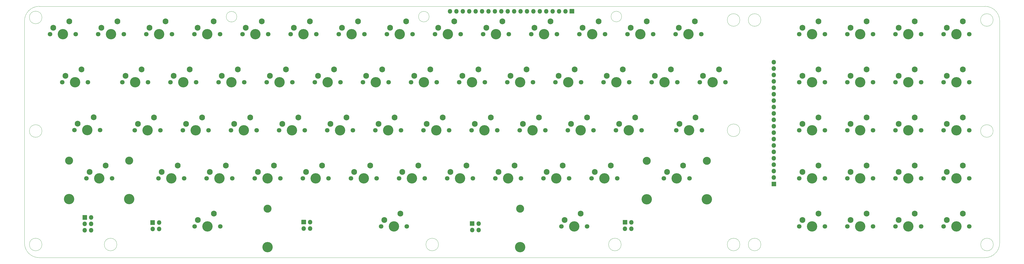
<source format=gbs>
G04 #@! TF.GenerationSoftware,KiCad,Pcbnew,(5.1.7)-1*
G04 #@! TF.CreationDate,2020-12-18T21:48:48-05:00*
G04 #@! TF.ProjectId,petkn,7065746b-6e2e-46b6-9963-61645f706362,rev?*
G04 #@! TF.SameCoordinates,Original*
G04 #@! TF.FileFunction,Soldermask,Bot*
G04 #@! TF.FilePolarity,Negative*
%FSLAX46Y46*%
G04 Gerber Fmt 4.6, Leading zero omitted, Abs format (unit mm)*
G04 Created by KiCad (PCBNEW (5.1.7)-1) date 2020-12-18 21:48:48*
%MOMM*%
%LPD*%
G01*
G04 APERTURE LIST*
G04 #@! TA.AperFunction,Profile*
%ADD10C,0.050000*%
G04 #@! TD*
%ADD11C,3.152000*%
%ADD12C,4.102000*%
%ADD13C,1.802000*%
%ADD14C,2.302000*%
%ADD15O,1.802000X1.802000*%
G04 APERTURE END LIST*
D10*
X101351853Y-52705000D02*
G75*
G03*
X101351853Y-52705000I-2101353J0D01*
G01*
X253688353Y-52641500D02*
G75*
G03*
X253688353Y-52641500I-2101353J0D01*
G01*
X177482853Y-52666500D02*
G75*
G03*
X177482853Y-52666500I-2101353J0D01*
G01*
X300500000Y-143002000D02*
G75*
G03*
X300500000Y-143002000I-2500000J0D01*
G01*
X300500000Y-54000000D02*
G75*
G03*
X300500000Y-54000000I-2500000J0D01*
G01*
X300500000Y-97726500D02*
G75*
G03*
X300500000Y-97726500I-2500000J0D01*
G01*
X17272000Y-54419500D02*
X17272000Y-142367000D01*
X403352000Y-54419500D02*
X403352000Y-142367000D01*
X23114000Y-48577500D02*
X397510000Y-48577500D01*
X24217000Y-98000000D02*
G75*
G03*
X24217000Y-98000000I-2500000J0D01*
G01*
X24217000Y-53000000D02*
G75*
G03*
X24217000Y-53000000I-2500000J0D01*
G01*
X400772000Y-98000000D02*
G75*
G03*
X400772000Y-98000000I-2500000J0D01*
G01*
X23114000Y-148209000D02*
X397510000Y-148209000D01*
X397510000Y-48577500D02*
G75*
G02*
X403352000Y-54419500I0J-5842000D01*
G01*
X53871500Y-143000000D02*
G75*
G03*
X53871500Y-143000000I-2500000J0D01*
G01*
X24217000Y-143000000D02*
G75*
G03*
X24217000Y-143000000I-2500000J0D01*
G01*
X181189000Y-143000000D02*
G75*
G03*
X181189000Y-143000000I-2500000J0D01*
G01*
X253515500Y-143000000D02*
G75*
G03*
X253515500Y-143000000I-2500000J0D01*
G01*
X308824000Y-143000000D02*
G75*
G03*
X308824000Y-143000000I-2500000J0D01*
G01*
X400835500Y-143000000D02*
G75*
G03*
X400835500Y-143000000I-2500000J0D01*
G01*
X17272000Y-54419500D02*
G75*
G02*
X23114000Y-48577500I5842000J0D01*
G01*
X403352000Y-142367000D02*
G75*
G02*
X397510000Y-148209000I-5842000J0D01*
G01*
X308824000Y-54000000D02*
G75*
G03*
X308824000Y-54000000I-2500000J0D01*
G01*
X23114000Y-148209000D02*
G75*
G02*
X17272000Y-142367000I0J5842000D01*
G01*
X400772000Y-54000000D02*
G75*
G03*
X400772000Y-54000000I-2500000J0D01*
G01*
X101351853Y-52705000D02*
G75*
G03*
X101351853Y-52705000I-2101353J0D01*
G01*
X253688353Y-52641500D02*
G75*
G03*
X253688353Y-52641500I-2101353J0D01*
G01*
X177482853Y-52666500D02*
G75*
G03*
X177482853Y-52666500I-2101353J0D01*
G01*
X300500000Y-143002000D02*
G75*
G03*
X300500000Y-143002000I-2500000J0D01*
G01*
X300500000Y-54000000D02*
G75*
G03*
X300500000Y-54000000I-2500000J0D01*
G01*
X300500000Y-97726500D02*
G75*
G03*
X300500000Y-97726500I-2500000J0D01*
G01*
X17272000Y-54419500D02*
X17272000Y-142367000D01*
X403352000Y-54419500D02*
X403352000Y-142367000D01*
X23114000Y-48577500D02*
X397510000Y-48577500D01*
X24217000Y-98000000D02*
G75*
G03*
X24217000Y-98000000I-2500000J0D01*
G01*
X24217000Y-53000000D02*
G75*
G03*
X24217000Y-53000000I-2500000J0D01*
G01*
X400772000Y-98000000D02*
G75*
G03*
X400772000Y-98000000I-2500000J0D01*
G01*
X23114000Y-148209000D02*
X397510000Y-148209000D01*
X397510000Y-48577500D02*
G75*
G02*
X403352000Y-54419500I0J-5842000D01*
G01*
X53871500Y-143000000D02*
G75*
G03*
X53871500Y-143000000I-2500000J0D01*
G01*
X24217000Y-143000000D02*
G75*
G03*
X24217000Y-143000000I-2500000J0D01*
G01*
X181189000Y-143000000D02*
G75*
G03*
X181189000Y-143000000I-2500000J0D01*
G01*
X253515500Y-143000000D02*
G75*
G03*
X253515500Y-143000000I-2500000J0D01*
G01*
X308824000Y-143000000D02*
G75*
G03*
X308824000Y-143000000I-2500000J0D01*
G01*
X400835500Y-143000000D02*
G75*
G03*
X400835500Y-143000000I-2500000J0D01*
G01*
X17272000Y-54419500D02*
G75*
G02*
X23114000Y-48577500I5842000J0D01*
G01*
X403352000Y-142367000D02*
G75*
G02*
X397510000Y-148209000I-5842000J0D01*
G01*
X308824000Y-54000000D02*
G75*
G03*
X308824000Y-54000000I-2500000J0D01*
G01*
X23114000Y-148209000D02*
G75*
G02*
X17272000Y-142367000I0J5842000D01*
G01*
X400772000Y-54000000D02*
G75*
G03*
X400772000Y-54000000I-2500000J0D01*
G01*
D11*
X213538000Y-128826500D03*
X113538000Y-128826500D03*
D12*
X113538000Y-144066500D03*
X213538000Y-144066500D03*
D13*
X168618000Y-135826500D03*
X158458000Y-135826500D03*
D12*
X163538000Y-135826500D03*
D14*
X159728000Y-133286500D03*
X166078000Y-130746500D03*
D15*
X70548500Y-136842500D03*
X68008500Y-136842500D03*
X70548500Y-134302500D03*
G36*
G01*
X67107500Y-135152500D02*
X67107500Y-133452500D01*
G75*
G02*
X67158500Y-133401500I51000J0D01*
G01*
X68858500Y-133401500D01*
G75*
G02*
X68909500Y-133452500I0J-51000D01*
G01*
X68909500Y-135152500D01*
G75*
G02*
X68858500Y-135203500I-51000J0D01*
G01*
X67158500Y-135203500D01*
G75*
G02*
X67107500Y-135152500I0J51000D01*
G01*
G37*
X130365500Y-136652000D03*
X127825500Y-136652000D03*
X130365500Y-134112000D03*
G36*
G01*
X126924500Y-134962000D02*
X126924500Y-133262000D01*
G75*
G02*
X126975500Y-133211000I51000J0D01*
G01*
X128675500Y-133211000D01*
G75*
G02*
X128726500Y-133262000I0J-51000D01*
G01*
X128726500Y-134962000D01*
G75*
G02*
X128675500Y-135013000I-51000J0D01*
G01*
X126975500Y-135013000D01*
G75*
G02*
X126924500Y-134962000I0J51000D01*
G01*
G37*
X197040500Y-137223500D03*
X194500500Y-137223500D03*
X197040500Y-134683500D03*
G36*
G01*
X193599500Y-135533500D02*
X193599500Y-133833500D01*
G75*
G02*
X193650500Y-133782500I51000J0D01*
G01*
X195350500Y-133782500D01*
G75*
G02*
X195401500Y-133833500I0J-51000D01*
G01*
X195401500Y-135533500D01*
G75*
G02*
X195350500Y-135584500I-51000J0D01*
G01*
X193650500Y-135584500D01*
G75*
G02*
X193599500Y-135533500I0J51000D01*
G01*
G37*
X257556000Y-136715500D03*
X255016000Y-136715500D03*
X257556000Y-134175500D03*
G36*
G01*
X254115000Y-135025500D02*
X254115000Y-133325500D01*
G75*
G02*
X254166000Y-133274500I51000J0D01*
G01*
X255866000Y-133274500D01*
G75*
G02*
X255917000Y-133325500I0J-51000D01*
G01*
X255917000Y-135025500D01*
G75*
G02*
X255866000Y-135076500I-51000J0D01*
G01*
X254166000Y-135076500D01*
G75*
G02*
X254115000Y-135025500I0J51000D01*
G01*
G37*
X43688000Y-137350500D03*
X41148000Y-137350500D03*
X43688000Y-134810500D03*
X41148000Y-134810500D03*
X43688000Y-132270500D03*
G36*
G01*
X40247000Y-133120500D02*
X40247000Y-131420500D01*
G75*
G02*
X40298000Y-131369500I51000J0D01*
G01*
X41998000Y-131369500D01*
G75*
G02*
X42049000Y-131420500I0J-51000D01*
G01*
X42049000Y-133120500D01*
G75*
G02*
X41998000Y-133171500I-51000J0D01*
G01*
X40298000Y-133171500D01*
G75*
G02*
X40247000Y-133120500I0J51000D01*
G01*
G37*
D13*
X47244000Y-97663000D03*
X37084000Y-97663000D03*
D12*
X42164000Y-97663000D03*
D14*
X38354000Y-95123000D03*
X44704000Y-92583000D03*
D13*
X94805500Y-135826500D03*
X84645500Y-135826500D03*
D12*
X89725500Y-135826500D03*
D14*
X85915500Y-133286500D03*
X92265500Y-130746500D03*
X35052000Y-54546500D03*
X28702000Y-57086500D03*
D12*
X32512000Y-59626500D03*
D13*
X27432000Y-59626500D03*
X37592000Y-59626500D03*
D11*
X287401000Y-109791500D03*
X263601000Y-109791500D03*
D12*
X263601000Y-125031500D03*
X287401000Y-125031500D03*
D13*
X280581000Y-116791500D03*
X270421000Y-116791500D03*
D12*
X275501000Y-116791500D03*
D14*
X271691000Y-114251500D03*
X278041000Y-111711500D03*
X187452000Y-54546500D03*
X181102000Y-57086500D03*
D12*
X184912000Y-59626500D03*
D13*
X179832000Y-59626500D03*
X189992000Y-59626500D03*
D15*
X313944000Y-70739000D03*
X313944000Y-73279000D03*
X313944000Y-75819000D03*
X313944000Y-78359000D03*
X313944000Y-80899000D03*
X313944000Y-83439000D03*
X313944000Y-85979000D03*
X313944000Y-88519000D03*
X313944000Y-91059000D03*
X313944000Y-93599000D03*
X313944000Y-96139000D03*
X313944000Y-98679000D03*
X313944000Y-101219000D03*
X313944000Y-103759000D03*
X313944000Y-106299000D03*
X313944000Y-108839000D03*
X313944000Y-111379000D03*
X313944000Y-113919000D03*
X313944000Y-116459000D03*
G36*
G01*
X314845000Y-118149000D02*
X314845000Y-119849000D01*
G75*
G02*
X314794000Y-119900000I-51000J0D01*
G01*
X313094000Y-119900000D01*
G75*
G02*
X313043000Y-119849000I0J51000D01*
G01*
X313043000Y-118149000D01*
G75*
G02*
X313094000Y-118098000I51000J0D01*
G01*
X314794000Y-118098000D01*
G75*
G02*
X314845000Y-118149000I0J-51000D01*
G01*
G37*
D13*
X209042000Y-59626500D03*
X198882000Y-59626500D03*
D12*
X203962000Y-59626500D03*
D14*
X200152000Y-57086500D03*
X206502000Y-54546500D03*
X196977000Y-73596500D03*
X190627000Y-76136500D03*
D12*
X194437000Y-78676500D03*
D13*
X189357000Y-78676500D03*
X199517000Y-78676500D03*
X75692000Y-59626500D03*
X65532000Y-59626500D03*
D12*
X70612000Y-59626500D03*
D14*
X66802000Y-57086500D03*
X73152000Y-54546500D03*
D13*
X228092000Y-59626500D03*
X217932000Y-59626500D03*
D12*
X223012000Y-59626500D03*
D14*
X219202000Y-57086500D03*
X225552000Y-54546500D03*
D13*
X353187000Y-135826500D03*
X343027000Y-135826500D03*
D12*
X348107000Y-135826500D03*
D14*
X344297000Y-133286500D03*
X350647000Y-130746500D03*
X111252000Y-54546500D03*
X104902000Y-57086500D03*
D12*
X108712000Y-59626500D03*
D13*
X103632000Y-59626500D03*
X113792000Y-59626500D03*
X151892000Y-59626500D03*
X141732000Y-59626500D03*
D12*
X146812000Y-59626500D03*
D14*
X143002000Y-57086500D03*
X149352000Y-54546500D03*
D13*
X240030000Y-135826500D03*
X229870000Y-135826500D03*
D12*
X234950000Y-135826500D03*
D14*
X231140000Y-133286500D03*
X237490000Y-130746500D03*
D13*
X285496000Y-97726500D03*
X275336000Y-97726500D03*
D12*
X280416000Y-97726500D03*
D14*
X276606000Y-95186500D03*
X282956000Y-92646500D03*
D11*
X58763000Y-109776500D03*
X34963000Y-109776500D03*
D12*
X34963000Y-125016500D03*
X58763000Y-125016500D03*
D13*
X51943000Y-116776500D03*
X41783000Y-116776500D03*
D12*
X46863000Y-116776500D03*
D14*
X43053000Y-114236500D03*
X49403000Y-111696500D03*
D13*
X42354500Y-78676500D03*
X32194500Y-78676500D03*
D12*
X37274500Y-78676500D03*
D14*
X33464500Y-76136500D03*
X39814500Y-73596500D03*
D15*
X185737500Y-50546000D03*
X188277500Y-50546000D03*
X190817500Y-50546000D03*
X193357500Y-50546000D03*
X195897500Y-50546000D03*
X198437500Y-50546000D03*
X200977500Y-50546000D03*
X203517500Y-50546000D03*
X206057500Y-50546000D03*
X208597500Y-50546000D03*
X211137500Y-50546000D03*
X213677500Y-50546000D03*
X216217500Y-50546000D03*
X218757500Y-50546000D03*
X221297500Y-50546000D03*
X223837500Y-50546000D03*
X226377500Y-50546000D03*
X228917500Y-50546000D03*
X231457500Y-50546000D03*
G36*
G01*
X233147500Y-49645000D02*
X234847500Y-49645000D01*
G75*
G02*
X234898500Y-49696000I0J-51000D01*
G01*
X234898500Y-51396000D01*
G75*
G02*
X234847500Y-51447000I-51000J0D01*
G01*
X233147500Y-51447000D01*
G75*
G02*
X233096500Y-51396000I0J51000D01*
G01*
X233096500Y-49696000D01*
G75*
G02*
X233147500Y-49645000I51000J0D01*
G01*
G37*
D14*
X388747000Y-130746500D03*
X382397000Y-133286500D03*
D12*
X386207000Y-135826500D03*
D13*
X381127000Y-135826500D03*
X391287000Y-135826500D03*
X261620000Y-97726500D03*
X251460000Y-97726500D03*
D12*
X256540000Y-97726500D03*
D14*
X252730000Y-95186500D03*
X259080000Y-92646500D03*
X273177000Y-73596500D03*
X266827000Y-76136500D03*
D12*
X270637000Y-78676500D03*
D13*
X265557000Y-78676500D03*
X275717000Y-78676500D03*
D14*
X263652000Y-54546500D03*
X257302000Y-57086500D03*
D12*
X261112000Y-59626500D03*
D13*
X256032000Y-59626500D03*
X266192000Y-59626500D03*
D14*
X369697000Y-130746500D03*
X363347000Y-133286500D03*
D12*
X367157000Y-135826500D03*
D13*
X362077000Y-135826500D03*
X372237000Y-135826500D03*
X334137000Y-135826500D03*
X323977000Y-135826500D03*
D12*
X329057000Y-135826500D03*
D14*
X325247000Y-133286500D03*
X331597000Y-130746500D03*
D13*
X294767000Y-78676500D03*
X284607000Y-78676500D03*
D12*
X289687000Y-78676500D03*
D14*
X285877000Y-76136500D03*
X292227000Y-73596500D03*
D13*
X285242000Y-59626500D03*
X275082000Y-59626500D03*
D12*
X280162000Y-59626500D03*
D14*
X276352000Y-57086500D03*
X282702000Y-54546500D03*
X388747000Y-111696500D03*
X382397000Y-114236500D03*
D12*
X386207000Y-116776500D03*
D13*
X381127000Y-116776500D03*
X391287000Y-116776500D03*
X353187000Y-116776500D03*
X343027000Y-116776500D03*
D12*
X348107000Y-116776500D03*
D14*
X344297000Y-114236500D03*
X350647000Y-111696500D03*
D13*
X251968000Y-116776500D03*
X241808000Y-116776500D03*
D12*
X246888000Y-116776500D03*
D14*
X243078000Y-114236500D03*
X249428000Y-111696500D03*
X211328000Y-111696500D03*
X204978000Y-114236500D03*
D12*
X208788000Y-116776500D03*
D13*
X203708000Y-116776500D03*
X213868000Y-116776500D03*
X175768000Y-116776500D03*
X165608000Y-116776500D03*
D12*
X170688000Y-116776500D03*
D14*
X166878000Y-114236500D03*
X173228000Y-111696500D03*
X135128000Y-111696500D03*
X128778000Y-114236500D03*
D12*
X132588000Y-116776500D03*
D13*
X127508000Y-116776500D03*
X137668000Y-116776500D03*
X99568000Y-116776500D03*
X89408000Y-116776500D03*
D12*
X94488000Y-116776500D03*
D14*
X90678000Y-114236500D03*
X97028000Y-111696500D03*
X369697000Y-111696500D03*
X363347000Y-114236500D03*
D12*
X367157000Y-116776500D03*
D13*
X362077000Y-116776500D03*
X372237000Y-116776500D03*
X334137000Y-116776500D03*
X323977000Y-116776500D03*
D12*
X329057000Y-116776500D03*
D14*
X325247000Y-114236500D03*
X331597000Y-111696500D03*
D13*
X232918000Y-116776500D03*
X222758000Y-116776500D03*
D12*
X227838000Y-116776500D03*
D14*
X224028000Y-114236500D03*
X230378000Y-111696500D03*
X192278000Y-111696500D03*
X185928000Y-114236500D03*
D12*
X189738000Y-116776500D03*
D13*
X184658000Y-116776500D03*
X194818000Y-116776500D03*
X156718000Y-116776500D03*
X146558000Y-116776500D03*
D12*
X151638000Y-116776500D03*
D14*
X147828000Y-114236500D03*
X154178000Y-111696500D03*
X116078000Y-111696500D03*
X109728000Y-114236500D03*
D12*
X113538000Y-116776500D03*
D13*
X108458000Y-116776500D03*
X118618000Y-116776500D03*
X80518000Y-116776500D03*
X70358000Y-116776500D03*
D12*
X75438000Y-116776500D03*
D14*
X71628000Y-114236500D03*
X77978000Y-111696500D03*
X388747000Y-92646500D03*
X382397000Y-95186500D03*
D12*
X386207000Y-97726500D03*
D13*
X381127000Y-97726500D03*
X391287000Y-97726500D03*
X353187000Y-97726500D03*
X343027000Y-97726500D03*
D12*
X348107000Y-97726500D03*
D14*
X344297000Y-95186500D03*
X350647000Y-92646500D03*
D13*
X242570000Y-97726500D03*
X232410000Y-97726500D03*
D12*
X237490000Y-97726500D03*
D14*
X233680000Y-95186500D03*
X240030000Y-92646500D03*
X201930000Y-92646500D03*
X195580000Y-95186500D03*
D12*
X199390000Y-97726500D03*
D13*
X194310000Y-97726500D03*
X204470000Y-97726500D03*
X166370000Y-97726500D03*
X156210000Y-97726500D03*
D12*
X161290000Y-97726500D03*
D14*
X157480000Y-95186500D03*
X163830000Y-92646500D03*
X125730000Y-92646500D03*
X119380000Y-95186500D03*
D12*
X123190000Y-97726500D03*
D13*
X118110000Y-97726500D03*
X128270000Y-97726500D03*
X90170000Y-97726500D03*
X80010000Y-97726500D03*
D12*
X85090000Y-97726500D03*
D14*
X81280000Y-95186500D03*
X87630000Y-92646500D03*
X369697000Y-92646500D03*
X363347000Y-95186500D03*
D12*
X367157000Y-97726500D03*
D13*
X362077000Y-97726500D03*
X372237000Y-97726500D03*
X334137000Y-97726500D03*
X323977000Y-97726500D03*
D12*
X329057000Y-97726500D03*
D14*
X325247000Y-95186500D03*
X331597000Y-92646500D03*
D13*
X223520000Y-97726500D03*
X213360000Y-97726500D03*
D12*
X218440000Y-97726500D03*
D14*
X214630000Y-95186500D03*
X220980000Y-92646500D03*
X182880000Y-92646500D03*
X176530000Y-95186500D03*
D12*
X180340000Y-97726500D03*
D13*
X175260000Y-97726500D03*
X185420000Y-97726500D03*
X147320000Y-97726500D03*
X137160000Y-97726500D03*
D12*
X142240000Y-97726500D03*
D14*
X138430000Y-95186500D03*
X144780000Y-92646500D03*
X106680000Y-92646500D03*
X100330000Y-95186500D03*
D12*
X104140000Y-97726500D03*
D13*
X99060000Y-97726500D03*
X109220000Y-97726500D03*
X71120000Y-97726500D03*
X60960000Y-97726500D03*
D12*
X66040000Y-97726500D03*
D14*
X62230000Y-95186500D03*
X68580000Y-92646500D03*
X388747000Y-73596500D03*
X382397000Y-76136500D03*
D12*
X386207000Y-78676500D03*
D13*
X381127000Y-78676500D03*
X391287000Y-78676500D03*
X353187000Y-78676500D03*
X343027000Y-78676500D03*
D12*
X348107000Y-78676500D03*
D14*
X344297000Y-76136500D03*
X350647000Y-73596500D03*
D13*
X237617000Y-78676500D03*
X227457000Y-78676500D03*
D12*
X232537000Y-78676500D03*
D14*
X228727000Y-76136500D03*
X235077000Y-73596500D03*
D13*
X161417000Y-78676500D03*
X151257000Y-78676500D03*
D12*
X156337000Y-78676500D03*
D14*
X152527000Y-76136500D03*
X158877000Y-73596500D03*
X120777000Y-73596500D03*
X114427000Y-76136500D03*
D12*
X118237000Y-78676500D03*
D13*
X113157000Y-78676500D03*
X123317000Y-78676500D03*
X85217000Y-78676500D03*
X75057000Y-78676500D03*
D12*
X80137000Y-78676500D03*
D14*
X76327000Y-76136500D03*
X82677000Y-73596500D03*
X369697000Y-73596500D03*
X363347000Y-76136500D03*
D12*
X367157000Y-78676500D03*
D13*
X362077000Y-78676500D03*
X372237000Y-78676500D03*
X334137000Y-78676500D03*
X323977000Y-78676500D03*
D12*
X329057000Y-78676500D03*
D14*
X325247000Y-76136500D03*
X331597000Y-73596500D03*
X254127000Y-73596500D03*
X247777000Y-76136500D03*
D12*
X251587000Y-78676500D03*
D13*
X246507000Y-78676500D03*
X256667000Y-78676500D03*
X218567000Y-78676500D03*
X208407000Y-78676500D03*
D12*
X213487000Y-78676500D03*
D14*
X209677000Y-76136500D03*
X216027000Y-73596500D03*
X177927000Y-73596500D03*
X171577000Y-76136500D03*
D12*
X175387000Y-78676500D03*
D13*
X170307000Y-78676500D03*
X180467000Y-78676500D03*
X142367000Y-78676500D03*
X132207000Y-78676500D03*
D12*
X137287000Y-78676500D03*
D14*
X133477000Y-76136500D03*
X139827000Y-73596500D03*
X101727000Y-73596500D03*
X95377000Y-76136500D03*
D12*
X99187000Y-78676500D03*
D13*
X94107000Y-78676500D03*
X104267000Y-78676500D03*
X66167000Y-78676500D03*
X56007000Y-78676500D03*
D12*
X61087000Y-78676500D03*
D14*
X57277000Y-76136500D03*
X63627000Y-73596500D03*
X388747000Y-54546500D03*
X382397000Y-57086500D03*
D12*
X386207000Y-59626500D03*
D13*
X381127000Y-59626500D03*
X391287000Y-59626500D03*
X353187000Y-59626500D03*
X343027000Y-59626500D03*
D12*
X348107000Y-59626500D03*
D14*
X344297000Y-57086500D03*
X350647000Y-54546500D03*
X369697000Y-54546500D03*
X363347000Y-57086500D03*
D12*
X367157000Y-59626500D03*
D13*
X362077000Y-59626500D03*
X372237000Y-59626500D03*
X334137000Y-59626500D03*
X323977000Y-59626500D03*
D12*
X329057000Y-59626500D03*
D14*
X325247000Y-57086500D03*
X331597000Y-54546500D03*
X244602000Y-54546500D03*
X238252000Y-57086500D03*
D12*
X242062000Y-59626500D03*
D13*
X236982000Y-59626500D03*
X247142000Y-59626500D03*
D14*
X168402000Y-54546500D03*
X162052000Y-57086500D03*
D12*
X165862000Y-59626500D03*
D13*
X160782000Y-59626500D03*
X170942000Y-59626500D03*
X132842000Y-59626500D03*
X122682000Y-59626500D03*
D12*
X127762000Y-59626500D03*
D14*
X123952000Y-57086500D03*
X130302000Y-54546500D03*
X92202000Y-54546500D03*
X85852000Y-57086500D03*
D12*
X89662000Y-59626500D03*
D13*
X84582000Y-59626500D03*
X94742000Y-59626500D03*
X56642000Y-59626500D03*
X46482000Y-59626500D03*
D12*
X51562000Y-59626500D03*
D14*
X47752000Y-57086500D03*
X54102000Y-54546500D03*
M02*

</source>
